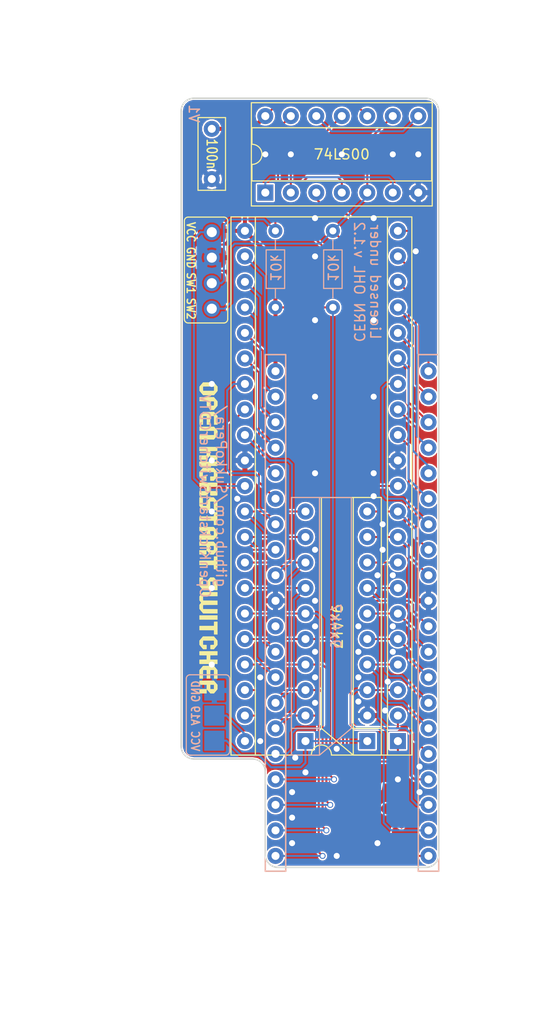
<source format=kicad_pcb>
(kicad_pcb (version 20171130) (host pcbnew 5.0.2)
  (title_block (title OpenKickstartSwitcher) (date 2019-02-10) (rev V1cdtv) (company SukkoPera) (comment 1 "Inspired from work by Henryk Richter") (comment 2 http://bax.comlab.uni-rostock.de/en/hardware/amiga500/kickstart-eprom/) (comment 3 "Thanks to Aldo PRS and screwbreaker"))
  (layers (0 F.Cu signal) (31 B.Cu signal) (36 B.SilkS user) (37 F.SilkS user) (38 B.Mask user) (39 F.Mask user) (44 Edge.Cuts user))
  (net 0 "")
  (net 1 /sw18)
  (net 2 /sw17)
  (net 3 GND)
  (net 4 VCC)
  (net 5 /a9)
  (net 6 /a10)
  (net 7 /a11)
  (net 8 /a12)
  (net 9 /a13)
  (net 10 /a14)
  (net 11 /a15)
  (net 12 /a16)
  (net 13 /a0)
  (net 14 /a1)
  (net 15 /a2)
  (net 16 /a3)
  (net 17 /a4)
  (net 18 /a5)
  (net 19 /a6)
  (net 20 /a7)
  (net 21 /a8)
  (net 22 /d4)
  (net 23 /d12)
  (net 24 /d5)
  (net 25 /d13)
  (net 26 /d6)
  (net 27 /d14)
  (net 28 /d7)
  (net 29 /d15)
  (net 30 /d0)
  (net 31 /d8)
  (net 32 /d1)
  (net 33 /d9)
  (net 34 /d2)
  (net 35 /d10)
  (net 36 /d3)
  (net 37 /d11)
  (net 38 "Net-(U2-Pad2)")
  (net 39 "Net-(U3-Pad12)")
  (net 40 "Net-(U3-Pad1)")
  (net 41 /a17)
  (net 42 "Net-(U3-Pad11)")
  (net 43 "Net-(J4-Pad2)")
  (net 44 "Net-(U1-Pad10)")
  (net 45 "Net-(U1-Pad12)")
  (module OpenKickstartSwitcher:R_Array_SIP10_OnSide (layer F.Cu) (at 162.179 149.987 90)
    (fp_text reference RN1 hide)
    (fp_text value 9x4k7 (at 11.43 -3.048 270 unlocked) (layer F.SilkS))
    (pad 1 thru_hole rect (at 0 0 90) (size 1.6 1.6) (drill 0.8) (layers *.Cu *.Mask) (net 4 VCC))
    (pad 2 thru_hole oval (at 2.54 0 90) (size 1.6 1.6) (drill 0.8) (layers *.Cu *.Mask) (net 3 GND))
    (pad 3 thru_hole oval (at 5.08 0 90) (size 1.6 1.6) (drill 0.8) (layers *.Cu *.Mask) (net 20 /a7))
    (pad 4 thru_hole oval (at 7.62 0 90) (size 1.6 1.6) (drill 0.8) (layers *.Cu *.Mask) (net 19 /a6))
    (pad 5 thru_hole oval (at 10.16 0 90) (size 1.6 1.6) (drill 0.8) (layers *.Cu *.Mask) (net 18 /a5))
    (pad 6 thru_hole oval (at 12.7 0 90) (size 1.6 1.6) (drill 0.8) (layers *.Cu *.Mask) (net 17 /a4))
    (pad 7 thru_hole oval (at 15.24 0 90) (size 1.6 1.6) (drill 0.8) (layers *.Cu *.Mask) (net 16 /a3))
    (pad 8 thru_hole oval (at 17.78 0 90) (size 1.6 1.6) (drill 0.8) (layers *.Cu *.Mask) (net 15 /a2))
    (pad 9 thru_hole oval (at 20.32 0 90) (size 1.6 1.6) (drill 0.8) (layers *.Cu *.Mask) (net 14 /a1))
    (pad 10 thru_hole oval (at 22.86 0 90) (size 1.6 1.6) (drill 0.8) (layers *.Cu *.Mask) (net 13 /a0))
  )
  (module OpenKickstartSwitcher:R_Array_SIP10_OnSide (layer B.Cu) (at 156.0195 149.987 90)
    (fp_text reference RN2 hide)
    (fp_text value 9x4k7 (at 11.43 2.9845 270 unlocked) (layer B.SilkS) (effects (justify mirror)))
    (pad 1 thru_hole rect (at 0 0 90) (size 1.6 1.6) (drill 0.8) (layers *.Cu *.Mask) (net 4 VCC))
    (pad 2 thru_hole oval (at 2.54 0 90) (size 1.6 1.6) (drill 0.8) (layers *.Cu *.Mask) (net 21 /a8))
    (pad 3 thru_hole oval (at 5.08 0 90) (size 1.6 1.6) (drill 0.8) (layers *.Cu *.Mask) (net 5 /a9))
    (pad 4 thru_hole oval (at 7.62 0 90) (size 1.6 1.6) (drill 0.8) (layers *.Cu *.Mask) (net 6 /a10))
    (pad 5 thru_hole oval (at 10.16 0 90) (size 1.6 1.6) (drill 0.8) (layers *.Cu *.Mask) (net 7 /a11))
    (pad 6 thru_hole oval (at 12.7 0 90) (size 1.6 1.6) (drill 0.8) (layers *.Cu *.Mask) (net 8 /a12))
    (pad 7 thru_hole oval (at 15.24 0 90) (size 1.6 1.6) (drill 0.8) (layers *.Cu *.Mask) (net 9 /a13))
    (pad 8 thru_hole oval (at 17.78 0 90) (size 1.6 1.6) (drill 0.8) (layers *.Cu *.Mask) (net 10 /a14))
    (pad 9 thru_hole oval (at 20.32 0 90) (size 1.6 1.6) (drill 0.8) (layers *.Cu *.Mask) (net 11 /a15))
    (pad 10 thru_hole oval (at 22.86 0 90) (size 1.6 1.6) (drill 0.8) (layers *.Cu *.Mask) (net 12 /a16))
  )
  (module OpenKickstartSwitcher:Solderable_PinHeader_1x04 (layer F.Cu) (at 146.685 106.934 180)
    (fp_text reference J2 hide)
    (fp_text value Conn_01x04)
    (pad 4 thru_hole circle (at 0 7.62 180) (size 1.6 1.6) (drill 1) (layers *.Cu *.Mask) (net 4 VCC))
    (pad 3 thru_hole circle (at 0 5.08 180) (size 1.6 1.6) (drill 1) (layers *.Cu *.Mask) (net 3 GND))
    (pad 2 thru_hole circle (at 0 2.54 180) (size 1.6 1.6) (drill 1) (layers *.Cu *.Mask) (net 2 /sw17))
    (pad 1 thru_hole circle (at 0 0 180) (size 1.6 1.6) (drill 1) (layers *.Cu *.Mask) (net 1 /sw18))
    (pad 4 smd roundrect (at 0 7.62 180) (size 2.8 2) (layers F.Cu F.Mask) (net 4 VCC))
    (pad 3 smd roundrect (at 0 5.08 180) (size 2.8 2) (layers F.Cu F.Mask) (net 3 GND))
    (pad 2 smd roundrect (at 0 2.54 180) (size 2.8 2) (layers F.Cu F.Mask) (net 2 /sw17))
    (pad 1 smd roundrect (at 0 0 180) (size 2.8 2) (layers F.Cu F.Mask) (net 1 /sw18))
  )
  (module OpenKickstartSwitcher:SolderJumper (layer B.Cu) (at 146.939 147.447 90)
    (fp_text reference J4 hide)
    (fp_text value Conn_01x03 hide)
    (pad 1 smd rect (at -2.5 0) (size 2 2) (layers B.Cu B.Mask) (net 4 VCC))
    (pad 2 smd rect (at 0 0 270) (size 2 2) (layers B.Cu B.Mask) (net 43 "Net-(J4-Pad2)"))
    (pad 3 smd rect (at 2.5 0) (size 2 2) (layers B.Cu B.Mask) (net 3 GND))
  )
  (module logo:logo (layer F.Cu) (at 146.304 129.794 270)
    (fp_text reference J98 hide)
    (fp_text value LOGO hide)
  )
  (module w_logo:Logo_copper_OSHW_6x6mm (layer F.Cu) (at 164.338 156.718 270)
    (fp_text reference J99 hide)
    (fp_text value OSHW_LOGO hide)
    (fp_line (start 2.16 2.62) (end 2.16 3.08) (layer F.Cu) (width 0.075))
    (fp_line (start 2.25 2.62) (end 2.3 2.62) (layer F.Cu) (width 0.075))
    (fp_line (start 2.2 2.65) (end 2.25 2.62) (layer F.Cu) (width 0.075))
    (fp_line (start 2.18 2.67) (end 2.2 2.65) (layer F.Cu) (width 0.075))
    (fp_line (start 2.16 2.74) (end 2.18 2.67) (layer F.Cu) (width 0.075))
    (fp_line (start 2.6 3.08) (end 2.65 3.05) (layer F.Cu) (width 0.075))
    (fp_line (start 2.5 3.08) (end 2.6 3.08) (layer F.Cu) (width 0.075))
    (fp_line (start 2.46 3.05) (end 2.5 3.08) (layer F.Cu) (width 0.075))
    (fp_line (start 2.44 2.98) (end 2.46 3.05) (layer F.Cu) (width 0.075))
    (fp_line (start 2.44 2.71) (end 2.44 2.98) (layer F.Cu) (width 0.075))
    (fp_line (start 2.47 2.65) (end 2.44 2.71) (layer F.Cu) (width 0.075))
    (fp_line (start 2.51 2.62) (end 2.47 2.65) (layer F.Cu) (width 0.075))
    (fp_line (start 2.61 2.62) (end 2.51 2.62) (layer F.Cu) (width 0.075))
    (fp_line (start 2.65 2.66) (end 2.61 2.62) (layer F.Cu) (width 0.075))
    (fp_line (start 2.67 2.73) (end 2.65 2.66) (layer F.Cu) (width 0.075))
    (fp_line (start 2.67 2.85) (end 2.67 2.73) (layer F.Cu) (width 0.075))
    (fp_line (start 2.67 2.85) (end 2.44 2.85) (layer F.Cu) (width 0.075))
    (fp_line (start 1.92 2.71) (end 1.92 3.08) (layer F.Cu) (width 0.075))
    (fp_line (start 1.89 2.65) (end 1.92 2.71) (layer F.Cu) (width 0.075))
    (fp_line (start 1.85 2.62) (end 1.89 2.65) (layer F.Cu) (width 0.075))
    (fp_line (start 1.75 2.62) (end 1.85 2.62) (layer F.Cu) (width 0.075))
    (fp_line (start 1.7 2.65) (end 1.75 2.62) (layer F.Cu) (width 0.075))
    (fp_line (start 1.76 2.81) (end 1.71 2.84) (layer F.Cu) (width 0.075))
    (fp_line (start 1.88 2.81) (end 1.76 2.81) (layer F.Cu) (width 0.075))
    (fp_line (start 1.92 2.78) (end 1.88 2.81) (layer F.Cu) (width 0.075))
    (fp_line (start 1.87 3.08) (end 1.92 3.04) (layer F.Cu) (width 0.075))
    (fp_line (start 1.75 3.08) (end 1.87 3.08) (layer F.Cu) (width 0.075))
    (fp_line (start 1.7 3.04) (end 1.75 3.08) (layer F.Cu) (width 0.075))
    (fp_line (start 1.68 2.98) (end 1.7 3.04) (layer F.Cu) (width 0.075))
    (fp_line (start 1.68 2.91) (end 1.68 2.98) (layer F.Cu) (width 0.075))
    (fp_line (start 1.71 2.84) (end 1.68 2.91) (layer F.Cu) (width 0.075))
    (fp_line (start 1.13 2.62) (end 1.23 3.08) (layer F.Cu) (width 0.075))
    (fp_line (start 1.23 3.08) (end 1.32 2.74) (layer F.Cu) (width 0.075))
    (fp_line (start 1.32 2.74) (end 1.42 3.08) (layer F.Cu) (width 0.075))
    (fp_line (start 1.42 3.08) (end 1.52 2.62) (layer F.Cu) (width 0.075))
    (fp_line (start 0.94 3.05) (end 0.9 3.08) (layer F.Cu) (width 0.075))
    (fp_line (start 0.9 3.08) (end 0.79 3.08) (layer F.Cu) (width 0.075))
    (fp_line (start 0.79 3.08) (end 0.75 3.05) (layer F.Cu) (width 0.075))
    (fp_line (start 0.75 3.05) (end 0.73 3.02) (layer F.Cu) (width 0.075))
    (fp_line (start 0.73 3.02) (end 0.7 2.95) (layer F.Cu) (width 0.075))
    (fp_line (start 0.7 2.95) (end 0.7 2.75) (layer F.Cu) (width 0.075))
    (fp_line (start 0.7 2.75) (end 0.73 2.68) (layer F.Cu) (width 0.075))
    (fp_line (start 0.73 2.68) (end 0.75 2.65) (layer F.Cu) (width 0.075))
    (fp_line (start 0.75 2.65) (end 0.81 2.61) (layer F.Cu) (width 0.075))
    (fp_line (start 0.81 2.61) (end 0.88 2.61) (layer F.Cu) (width 0.075))
    (fp_line (start 0.88 2.61) (end 0.94 2.65) (layer F.Cu) (width 0.075))
    (fp_line (start 0.94 2.38) (end 0.94 3.08) (layer F.Cu) (width 0.075))
    (fp_line (start 0.42 2.74) (end 0.44 2.67) (layer F.Cu) (width 0.075))
    (fp_line (start 0.44 2.67) (end 0.46 2.65) (layer F.Cu) (width 0.075))
    (fp_line (start 0.46 2.65) (end 0.51 2.62) (layer F.Cu) (width 0.075))
    (fp_line (start 0.51 2.62) (end 0.56 2.62) (layer F.Cu) (width 0.075))
    (fp_line (start 0.42 2.62) (end 0.42 3.08) (layer F.Cu) (width 0.075))
    (fp_line (start -0.03 2.84) (end -0.06 2.91) (layer F.Cu) (width 0.075))
    (fp_line (start -0.06 2.91) (end -0.06 2.98) (layer F.Cu) (width 0.075))
    (fp_line (start -0.06 2.98) (end -0.04 3.04) (layer F.Cu) (width 0.075))
    (fp_line (start -0.04 3.04) (end 0.01 3.08) (layer F.Cu) (width 0.075))
    (fp_line (start 0.01 3.08) (end 0.13 3.08) (layer F.Cu) (width 0.075))
    (fp_line (start 0.13 3.08) (end 0.18 3.04) (layer F.Cu) (width 0.075))
    (fp_line (start 0.18 2.78) (end 0.14 2.81) (layer F.Cu) (width 0.075))
    (fp_line (start 0.14 2.81) (end 0.02 2.81) (layer F.Cu) (width 0.075))
    (fp_line (start 0.02 2.81) (end -0.03 2.84) (layer F.Cu) (width 0.075))
    (fp_line (start -0.04 2.65) (end 0.01 2.62) (layer F.Cu) (width 0.075))
    (fp_line (start 0.01 2.62) (end 0.11 2.62) (layer F.Cu) (width 0.075))
    (fp_line (start 0.11 2.62) (end 0.15 2.65) (layer F.Cu) (width 0.075))
    (fp_line (start 0.15 2.65) (end 0.18 2.71) (layer F.Cu) (width 0.075))
    (fp_line (start 0.18 2.71) (end 0.18 3.08) (layer F.Cu) (width 0.075))
    (fp_line (start -0.49 2.69) (end -0.47 2.65) (layer F.Cu) (width 0.075))
    (fp_line (start -0.47 2.65) (end -0.42 2.62) (layer F.Cu) (width 0.075))
    (fp_line (start -0.42 2.62) (end -0.34 2.62) (layer F.Cu) (width 0.075))
    (fp_line (start -0.34 2.62) (end -0.3 2.65) (layer F.Cu) (width 0.075))
    (fp_line (start -0.3 2.65) (end -0.28 2.71) (layer F.Cu) (width 0.075))
    (fp_line (start -0.28 2.71) (end -0.28 3.08) (layer F.Cu) (width 0.075))
    (fp_line (start -0.49 2.38) (end -0.49 3.08) (layer F.Cu) (width 0.075))
    (fp_line (start -1.54 2.85) (end -1.77 2.85) (layer F.Cu) (width 0.075))
    (fp_line (start -1.32 2.68) (end -1.3 2.65) (layer F.Cu) (width 0.075))
    (fp_line (start -1.3 2.65) (end -1.26 2.62) (layer F.Cu) (width 0.075))
    (fp_line (start -1.26 2.62) (end -1.17 2.62) (layer F.Cu) (width 0.075))
    (fp_line (start -1.17 2.62) (end -1.13 2.65) (layer F.Cu) (width 0.075))
    (fp_line (start -1.13 2.65) (end -1.11 2.71) (layer F.Cu) (width 0.075))
    (fp_line (start -1.11 2.71) (end -1.11 3.08) (layer F.Cu) (width 0.075))
    (fp_line (start -1.32 2.62) (end -1.32 3.08) (layer F.Cu) (width 0.075))
    (fp_line (start -1.54 2.85) (end -1.54 2.73) (layer F.Cu) (width 0.075))
    (fp_line (start -1.54 2.73) (end -1.56 2.66) (layer F.Cu) (width 0.075))
    (fp_line (start -1.56 2.66) (end -1.6 2.62) (layer F.Cu) (width 0.075))
    (fp_line (start -1.6 2.62) (end -1.7 2.62) (layer F.Cu) (width 0.075))
    (fp_line (start -1.7 2.62) (end -1.74 2.65) (layer F.Cu) (width 0.075))
    (fp_line (start -1.74 2.65) (end -1.77 2.71) (layer F.Cu) (width 0.075))
    (fp_line (start -1.77 2.71) (end -1.77 2.98) (layer F.Cu) (width 0.075))
    (fp_line (start -1.77 2.98) (end -1.75 3.05) (layer F.Cu) (width 0.075))
    (fp_line (start -1.75 3.05) (end -1.71 3.08) (layer F.Cu) (width 0.075))
    (fp_line (start -1.71 3.08) (end -1.61 3.08) (layer F.Cu) (width 0.075))
    (fp_line (start -1.61 3.08) (end -1.56 3.05) (layer F.Cu) (width 0.075))
    (fp_line (start -2.2 2.65) (end -2.16 2.62) (layer F.Cu) (width 0.075))
    (fp_line (start -2.16 2.62) (end -2.06 2.62) (layer F.Cu) (width 0.075))
    (fp_line (start -2.06 2.62) (end -2.02 2.65) (layer F.Cu) (width 0.075))
    (fp_line (start -2.02 2.65) (end -1.99 2.68) (layer F.Cu) (width 0.075))
    (fp_line (start -1.99 2.68) (end -1.97 2.74) (layer F.Cu) (width 0.075))
    (fp_line (start -1.97 2.74) (end -1.97 2.96) (layer F.Cu) (width 0.075))
    (fp_line (start -1.97 2.96) (end -1.99 3.02) (layer F.Cu) (width 0.075))
    (fp_line (start -1.99 3.02) (end -2.01 3.05) (layer F.Cu) (width 0.075))
    (fp_line (start -2.01 3.05) (end -2.05 3.08) (layer F.Cu) (width 0.075))
    (fp_line (start -2.05 3.08) (end -2.15 3.08) (layer F.Cu) (width 0.075))
    (fp_line (start -2.15 3.08) (end -2.2 3.05) (layer F.Cu) (width 0.075))
    (fp_line (start -2.2 3.32) (end -2.2 2.62) (layer F.Cu) (width 0.075))
    (fp_line (start -2.51 2.62) (end -2.59 2.62) (layer F.Cu) (width 0.075))
    (fp_line (start -2.59 2.62) (end -2.63 2.65) (layer F.Cu) (width 0.075))
    (fp_line (start -2.63 2.65) (end -2.65 2.68) (layer F.Cu) (width 0.075))
    (fp_line (start -2.65 2.68) (end -2.68 2.75) (layer F.Cu) (width 0.075))
    (fp_line (start -2.59 3.08) (end -2.51 3.08) (layer F.Cu) (width 0.075))
    (fp_line (start -2.51 3.08) (end -2.46 3.05) (layer F.Cu) (width 0.075))
    (fp_line (start -2.46 3.05) (end -2.44 3.02) (layer F.Cu) (width 0.075))
    (fp_line (start -2.44 3.02) (end -2.42 2.95) (layer F.Cu) (width 0.075))
    (fp_line (start -2.42 2.95) (end -2.42 2.75) (layer F.Cu) (width 0.075))
    (fp_line (start -2.42 2.75) (end -2.44 2.69) (layer F.Cu) (width 0.075))
    (fp_line (start -2.44 2.69) (end -2.46 2.66) (layer F.Cu) (width 0.075))
    (fp_line (start -2.46 2.66) (end -2.51 2.62) (layer F.Cu) (width 0.075))
    (fp_line (start -2.68 2.75) (end -2.68 2.95) (layer F.Cu) (width 0.075))
    (fp_line (start -2.68 2.95) (end -2.66 3.01) (layer F.Cu) (width 0.075))
    (fp_line (start -2.66 3.01) (end -2.64 3.04) (layer F.Cu) (width 0.075))
    (fp_line (start -2.64 3.04) (end -2.59 3.08) (layer F.Cu) (width 0.075))
    (fp_poly (pts (xy -1.51384 2.24536) (xy -1.48844 2.23012) (xy -1.43002 2.19456) (xy -1.3462 2.13868) (xy -1.24714 2.07264) (xy -1.14808 2.0066) (xy -1.0668 1.95326) (xy -1.01092 1.91516) (xy -0.98552 1.90246) (xy -0.97282 1.90754) (xy -0.9271 1.9304) (xy -0.85852 1.96596) (xy -0.81788 1.98628) (xy -0.75692 2.01168) (xy -0.7239 2.0193) (xy -0.71882 2.00914) (xy -0.69596 1.96088) (xy -0.6604 1.8796) (xy -0.61468 1.77038) (xy -0.5588 1.64338) (xy -0.50292 1.50876) (xy -0.4445 1.36906) (xy -0.38862 1.23444) (xy -0.34036 1.11506) (xy -0.29972 1.01854) (xy -0.27432 0.94996) (xy -0.26416 0.92202) (xy -0.2667 0.9144) (xy -0.29972 0.88392) (xy -0.35306 0.84328) (xy -0.47244 0.74676) (xy -0.58928 0.60198) (xy -0.6604 0.43688) (xy -0.68326 0.25146) (xy -0.66294 0.08128) (xy -0.5969 -0.08128) (xy -0.4826 -0.2286) (xy -0.3429 -0.33782) (xy -0.18034 -0.4064) (xy 0 -0.42926) (xy 0.17272 -0.40894) (xy 0.34036 -0.3429) (xy 0.48768 -0.23114) (xy 0.55118 -0.16002) (xy 0.63754 -0.01016) (xy 0.6858 0.14732) (xy 0.69088 0.18796) (xy 0.68326 0.36322) (xy 0.63246 0.5334) (xy 0.53848 0.68326) (xy 0.40894 0.80772) (xy 0.3937 0.81788) (xy 0.33528 0.8636) (xy 0.29464 0.89408) (xy 0.26416 0.91948) (xy 0.48768 1.45796) (xy 0.52324 1.54178) (xy 0.5842 1.6891) (xy 0.63754 1.8161) (xy 0.68072 1.9177) (xy 0.7112 1.98374) (xy 0.7239 2.01168) (xy 0.7239 2.01422) (xy 0.74422 2.01676) (xy 0.78486 2.00152) (xy 0.86106 1.96596) (xy 0.90932 1.94056) (xy 0.96774 1.91262) (xy 0.99314 1.90246) (xy 1.016 1.91516) (xy 1.06934 1.95072) (xy 1.15062 2.00406) (xy 1.24714 2.06756) (xy 1.33858 2.13106) (xy 1.4224 2.18694) (xy 1.48336 2.22504) (xy 1.51384 2.24282) (xy 1.51892 2.24282) (xy 1.54432 2.22758) (xy 1.59258 2.18694) (xy 1.66624 2.11836) (xy 1.77038 2.01422) (xy 1.78562 1.99898) (xy 1.87198 1.91262) (xy 1.94056 1.83896) (xy 1.98628 1.78816) (xy 2.00406 1.7653) (xy 1.98882 1.73482) (xy 1.95072 1.67386) (xy 1.89484 1.5875) (xy 1.82626 1.48844) (xy 1.64846 1.22936) (xy 1.74498 0.98552) (xy 1.77546 0.90932) (xy 1.81356 0.82042) (xy 1.8415 0.75438) (xy 1.85674 0.72644) (xy 1.88214 0.71628) (xy 1.95072 0.70104) (xy 2.04724 0.68072) (xy 2.16154 0.6604) (xy 2.2733 0.64008) (xy 2.37236 0.61976) (xy 2.44348 0.60706) (xy 2.4765 0.59944) (xy 2.48412 0.59436) (xy 2.49174 0.57912) (xy 2.49428 0.5461) (xy 2.49682 0.48514) (xy 2.49936 0.39116) (xy 2.49936 0.25146) (xy 2.49936 0.23622) (xy 2.49682 0.10668) (xy 2.49428 0) (xy 2.49174 -0.06604) (xy 2.48666 -0.09398) (xy 2.45618 -0.1016) (xy 2.38506 -0.11684) (xy 2.286 -0.13462) (xy 2.16662 -0.15748) (xy 2.159 -0.16002) (xy 2.04216 -0.18288) (xy 1.9431 -0.2032) (xy 1.87198 -0.21844) (xy 1.84404 -0.2286) (xy 1.83642 -0.23622) (xy 1.81356 -0.28194) (xy 1.78054 -0.3556) (xy 1.7399 -0.4445) (xy 1.7018 -0.53848) (xy 1.66878 -0.6223) (xy 1.64592 -0.68326) (xy 1.6383 -0.7112) (xy 1.64084 -0.71374) (xy 1.65862 -0.74168) (xy 1.69926 -0.80264) (xy 1.75514 -0.88646) (xy 1.82372 -0.98806) (xy 1.8288 -0.99568) (xy 1.89738 -1.09474) (xy 1.95326 -1.1811) (xy 1.98882 -1.23952) (xy 2.00406 -1.26746) (xy 2.00406 -1.27) (xy 1.9812 -1.30048) (xy 1.9304 -1.35636) (xy 1.85674 -1.43256) (xy 1.77038 -1.52146) (xy 1.74244 -1.54686) (xy 1.64338 -1.64338) (xy 1.57734 -1.70434) (xy 1.53416 -1.73736) (xy 1.51384 -1.74498) (xy 1.48336 -1.7272) (xy 1.41986 -1.68656) (xy 1.33604 -1.62814) (xy 1.23444 -1.55956) (xy 1.22682 -1.55448) (xy 1.12776 -1.4859) (xy 1.04394 -1.43002) (xy 0.98552 -1.38938) (xy 0.95758 -1.37414) (xy 0.95504 -1.37414) (xy 0.9144 -1.38684) (xy 0.84328 -1.41224) (xy 0.75438 -1.44526) (xy 0.66294 -1.48336) (xy 0.57912 -1.51892) (xy 0.51562 -1.54686) (xy 0.48514 -1.56464) (xy 0.47498 -1.6002) (xy 0.4572 -1.6764) (xy 0.43688 -1.778) (xy 0.41148 -1.89992) (xy 0.40894 -1.92024) (xy 0.38608 -2.03962) (xy 0.3683 -2.13868) (xy 0.35306 -2.20726) (xy 0.34544 -2.2352) (xy 0.3302 -2.23774) (xy 0.27178 -2.24282) (xy 0.18288 -2.24536) (xy 0.07366 -2.24536) (xy -0.0381 -2.24536) (xy -0.14732 -2.24282) (xy -0.2413 -2.24028) (xy -0.30988 -2.2352) (xy -0.33782 -2.23012) (xy -0.33782 -2.22758) (xy -0.34798 -2.18948) (xy -0.36576 -2.11582) (xy -0.38608 -2.01168) (xy -0.40894 -1.88976) (xy -0.41402 -1.8669) (xy -0.43688 -1.75006) (xy -0.4572 -1.651) (xy -0.4699 -1.58496) (xy -0.47752 -1.55702) (xy -0.49022 -1.55194) (xy -0.53848 -1.53162) (xy -0.61722 -1.4986) (xy -0.71628 -1.45796) (xy -0.94488 -1.36652) (xy -1.22682 -1.55702) (xy -1.25222 -1.5748) (xy -1.35382 -1.64338) (xy -1.4351 -1.69926) (xy -1.49352 -1.73736) (xy -1.51638 -1.75006) (xy -1.51892 -1.75006) (xy -1.54686 -1.72466) (xy -1.60274 -1.67132) (xy -1.67894 -1.59766) (xy -1.76784 -1.5113) (xy -1.83134 -1.44526) (xy -1.91008 -1.36652) (xy -1.95834 -1.31318) (xy -1.98628 -1.28016) (xy -1.9939 -1.25984) (xy -1.99136 -1.2446) (xy -1.97358 -1.21666) (xy -1.93294 -1.1557) (xy -1.87452 -1.06934) (xy -1.80594 -0.97028) (xy -1.75006 -0.88646) (xy -1.6891 -0.79248) (xy -1.651 -0.72644) (xy -1.63576 -0.69342) (xy -1.64084 -0.68072) (xy -1.65862 -0.62484) (xy -1.69418 -0.54102) (xy -1.73482 -0.44196) (xy -1.83388 -0.22098) (xy -1.97866 -0.19304) (xy -2.06756 -0.17526) (xy -2.18948 -0.1524) (xy -2.30886 -0.12954) (xy -2.49174 -0.09398) (xy -2.49936 0.58166) (xy -2.47142 0.59436) (xy -2.44348 0.60198) (xy -2.3749 0.61722) (xy -2.27838 0.63754) (xy -2.16154 0.65786) (xy -2.06502 0.67564) (xy -1.96596 0.69596) (xy -1.89484 0.70866) (xy -1.86436 0.71628) (xy -1.8542 0.72644) (xy -1.83134 0.7747) (xy -1.79578 0.8509) (xy -1.75514 0.94234) (xy -1.71704 1.03632) (xy -1.68148 1.12522) (xy -1.65862 1.19126) (xy -1.64846 1.22428) (xy -1.66116 1.25222) (xy -1.69926 1.31064) (xy -1.7526 1.39192) (xy -1.82118 1.49098) (xy -1.88722 1.5875) (xy -1.94564 1.67132) (xy -1.98374 1.73228) (xy -2.00152 1.76022) (xy -1.99136 1.778) (xy -1.95326 1.82626) (xy -1.8796 1.90246) (xy -1.76784 2.01168) (xy -1.75006 2.02946) (xy -1.6637 2.11328) (xy -1.59004 2.18186) (xy -1.5367 2.22758) (xy -1.51384 2.24536)) (layer F.Cu) (width 0.00254))
  )
  (module OpenKickstartSwitcher:DIP-42_Socket (layer F.Cu) (at 165.227 149.987 180)
    (fp_text reference U2 hide)
    (fp_text value M27C800)
    (pad 42 thru_hole oval (at 15.24 0 180) (size 1.6 1.6) (drill 0.8) (layers *.Cu *.Mask) (net 43 "Net-(J4-Pad2)"))
    (pad 21 thru_hole oval (at 0 50.8 180) (size 1.6 1.6) (drill 0.8) (layers *.Cu *.Mask) (net 37 /d11))
    (pad 41 thru_hole oval (at 15.24 2.54 180) (size 1.6 1.6) (drill 0.8) (layers *.Cu *.Mask) (net 21 /a8))
    (pad 20 thru_hole oval (at 0 48.26 180) (size 1.6 1.6) (drill 0.8) (layers *.Cu *.Mask) (net 36 /d3))
    (pad 40 thru_hole oval (at 15.24 5.08 180) (size 1.6 1.6) (drill 0.8) (layers *.Cu *.Mask) (net 5 /a9))
    (pad 19 thru_hole oval (at 0 45.72 180) (size 1.6 1.6) (drill 0.8) (layers *.Cu *.Mask) (net 35 /d10))
    (pad 39 thru_hole oval (at 15.24 7.62 180) (size 1.6 1.6) (drill 0.8) (layers *.Cu *.Mask) (net 6 /a10))
    (pad 18 thru_hole oval (at 0 43.18 180) (size 1.6 1.6) (drill 0.8) (layers *.Cu *.Mask) (net 34 /d2))
    (pad 38 thru_hole oval (at 15.24 10.16 180) (size 1.6 1.6) (drill 0.8) (layers *.Cu *.Mask) (net 7 /a11))
    (pad 17 thru_hole oval (at 0 40.64 180) (size 1.6 1.6) (drill 0.8) (layers *.Cu *.Mask) (net 33 /d9))
    (pad 37 thru_hole oval (at 15.24 12.7 180) (size 1.6 1.6) (drill 0.8) (layers *.Cu *.Mask) (net 8 /a12))
    (pad 16 thru_hole oval (at 0 38.1 180) (size 1.6 1.6) (drill 0.8) (layers *.Cu *.Mask) (net 32 /d1))
    (pad 36 thru_hole oval (at 15.24 15.24 180) (size 1.6 1.6) (drill 0.8) (layers *.Cu *.Mask) (net 9 /a13))
    (pad 15 thru_hole oval (at 0 35.56 180) (size 1.6 1.6) (drill 0.8) (layers *.Cu *.Mask) (net 31 /d8))
    (pad 35 thru_hole oval (at 15.24 17.78 180) (size 1.6 1.6) (drill 0.8) (layers *.Cu *.Mask) (net 10 /a14))
    (pad 14 thru_hole oval (at 0 33.02 180) (size 1.6 1.6) (drill 0.8) (layers *.Cu *.Mask) (net 30 /d0))
    (pad 34 thru_hole oval (at 15.24 20.32 180) (size 1.6 1.6) (drill 0.8) (layers *.Cu *.Mask) (net 11 /a15))
    (pad 13 thru_hole oval (at 0 30.48 180) (size 1.6 1.6) (drill 0.8) (layers *.Cu *.Mask) (net 45 "Net-(U1-Pad12)"))
    (pad 33 thru_hole oval (at 15.24 22.86 180) (size 1.6 1.6) (drill 0.8) (layers *.Cu *.Mask) (net 12 /a16))
    (pad 12 thru_hole oval (at 0 27.94 180) (size 1.6 1.6) (drill 0.8) (layers *.Cu *.Mask) (net 3 GND))
    (pad 32 thru_hole oval (at 15.24 25.4 180) (size 1.6 1.6) (drill 0.8) (layers *.Cu *.Mask) (net 4 VCC))
    (pad 11 thru_hole oval (at 0 25.4 180) (size 1.6 1.6) (drill 0.8) (layers *.Cu *.Mask) (net 44 "Net-(U1-Pad10)"))
    (pad 31 thru_hole oval (at 15.24 27.94 180) (size 1.6 1.6) (drill 0.8) (layers *.Cu *.Mask) (net 3 GND))
    (pad 10 thru_hole oval (at 0 22.86 180) (size 1.6 1.6) (drill 0.8) (layers *.Cu *.Mask) (net 13 /a0))
    (pad 30 thru_hole oval (at 15.24 30.48 180) (size 1.6 1.6) (drill 0.8) (layers *.Cu *.Mask) (net 29 /d15))
    (pad 9 thru_hole oval (at 0 20.32 180) (size 1.6 1.6) (drill 0.8) (layers *.Cu *.Mask) (net 14 /a1))
    (pad 29 thru_hole oval (at 15.24 33.02 180) (size 1.6 1.6) (drill 0.8) (layers *.Cu *.Mask) (net 28 /d7))
    (pad 8 thru_hole oval (at 0 17.78 180) (size 1.6 1.6) (drill 0.8) (layers *.Cu *.Mask) (net 15 /a2))
    (pad 28 thru_hole oval (at 15.24 35.56 180) (size 1.6 1.6) (drill 0.8) (layers *.Cu *.Mask) (net 27 /d14))
    (pad 7 thru_hole oval (at 0 15.24 180) (size 1.6 1.6) (drill 0.8) (layers *.Cu *.Mask) (net 16 /a3))
    (pad 27 thru_hole oval (at 15.24 38.1 180) (size 1.6 1.6) (drill 0.8) (layers *.Cu *.Mask) (net 26 /d6))
    (pad 6 thru_hole oval (at 0 12.7 180) (size 1.6 1.6) (drill 0.8) (layers *.Cu *.Mask) (net 17 /a4))
    (pad 26 thru_hole oval (at 15.24 40.64 180) (size 1.6 1.6) (drill 0.8) (layers *.Cu *.Mask) (net 25 /d13))
    (pad 5 thru_hole oval (at 0 10.16 180) (size 1.6 1.6) (drill 0.8) (layers *.Cu *.Mask) (net 18 /a5))
    (pad 25 thru_hole oval (at 15.24 43.18 180) (size 1.6 1.6) (drill 0.8) (layers *.Cu *.Mask) (net 24 /d5))
    (pad 4 thru_hole oval (at 0 7.62 180) (size 1.6 1.6) (drill 0.8) (layers *.Cu *.Mask) (net 19 /a6))
    (pad 24 thru_hole oval (at 15.24 45.72 180) (size 1.6 1.6) (drill 0.8) (layers *.Cu *.Mask) (net 23 /d12))
    (pad 3 thru_hole oval (at 0 5.08 180) (size 1.6 1.6) (drill 0.8) (layers *.Cu *.Mask) (net 20 /a7))
    (pad 23 thru_hole oval (at 15.24 48.26 180) (size 1.6 1.6) (drill 0.8) (layers *.Cu *.Mask) (net 22 /d4))
    (pad 2 thru_hole oval (at 0 2.54 180) (size 1.6 1.6) (drill 0.8) (layers *.Cu *.Mask) (net 38 "Net-(U2-Pad2)"))
    (pad 22 thru_hole oval (at 15.24 50.8 180) (size 1.6 1.6) (drill 0.8) (layers *.Cu *.Mask) (net 4 VCC))
    (pad 1 thru_hole rect (at 0 0 180) (size 1.6 1.6) (drill 0.8) (layers *.Cu *.Mask) (net 1 /sw18))
  )
  (module Capacitor_THT:C_Disc_D7.0mm_W2.5mm_P5.00mm (layer F.Cu) (at 146.685 89.027 270)
    (fp_text reference C1 hide)
    (fp_text value 100n (at 2.5 0 270 unlocked) (layer F.SilkS) (effects (font (size 1 0.8))))
    (pad 2 thru_hole circle (at 5 0 270) (size 1.6 1.6) (drill 0.8) (layers *.Cu *.Mask) (net 3 GND))
    (pad 1 thru_hole circle (at 0 0 270) (size 1.6 1.6) (drill 0.8) (layers *.Cu *.Mask) (net 4 VCC))
  )
  (module Resistor_THT:R_Axial_DIN0204_L3.6mm_D1.6mm_P7.62mm_Horizontal (layer B.Cu) (at 158.75 106.807 90)
    (fp_text reference R1 hide)
    (fp_text value 10k (at 3.937 0 270 unlocked) (layer B.SilkS) (effects (justify mirror)))
    (pad 1 thru_hole circle (at 0 0 90) (size 1.4 1.4) (drill 0.7) (layers *.Cu *.Mask) (net 4 VCC))
    (pad 2 thru_hole oval (at 7.62 0 90) (size 1.4 1.4) (drill 0.7) (layers *.Cu *.Mask) (net 1 /sw18))
  )
  (module Resistor_THT:R_Axial_DIN0204_L3.6mm_D1.6mm_P7.62mm_Horizontal (layer B.Cu) (at 153.02337 106.807 90)
    (fp_text reference R2 hide)
    (fp_text value 10k (at 3.937 0.01163 270 unlocked) (layer B.SilkS) (effects (justify mirror)))
    (pad 2 thru_hole oval (at 7.62 0 90) (size 1.4 1.4) (drill 0.7) (layers *.Cu *.Mask) (net 2 /sw17))
    (pad 1 thru_hole circle (at 0 0 90) (size 1.4 1.4) (drill 0.7) (layers *.Cu *.Mask) (net 4 VCC))
  )
  (module Package_DIP:DIP-14_W7.62mm_Socket (layer F.Cu) (at 152.019 95.377 90)
    (fp_text reference U3 hide)
    (fp_text value 7400)
    (pad 1 thru_hole rect (at 0 0 90) (size 1.6 1.6) (drill 0.8) (layers *.Cu *.Mask) (net 40 "Net-(U3-Pad1)"))
    (pad 8 thru_hole oval (at 7.62 15.24 90) (size 1.6 1.6) (drill 0.8) (layers *.Cu *.Mask) (net 39 "Net-(U3-Pad12)"))
    (pad 2 thru_hole oval (at 0 2.54 90) (size 1.6 1.6) (drill 0.8) (layers *.Cu *.Mask) (net 42 "Net-(U3-Pad11)"))
    (pad 9 thru_hole oval (at 7.62 12.7 90) (size 1.6 1.6) (drill 0.8) (layers *.Cu *.Mask) (net 1 /sw18))
    (pad 3 thru_hole oval (at 0 5.08 90) (size 1.6 1.6) (drill 0.8) (layers *.Cu *.Mask) (net 38 "Net-(U2-Pad2)"))
    (pad 10 thru_hole oval (at 7.62 10.16 90) (size 1.6 1.6) (drill 0.8) (layers *.Cu *.Mask) (net 4 VCC))
    (pad 4 thru_hole oval (at 0 7.62 90) (size 1.6 1.6) (drill 0.8) (layers *.Cu *.Mask) (net 41 /a17))
    (pad 11 thru_hole oval (at 7.62 7.62 90) (size 1.6 1.6) (drill 0.8) (layers *.Cu *.Mask) (net 42 "Net-(U3-Pad11)"))
    (pad 5 thru_hole oval (at 0 10.16 90) (size 1.6 1.6) (drill 0.8) (layers *.Cu *.Mask) (net 1 /sw18))
    (pad 12 thru_hole oval (at 7.62 5.08 90) (size 1.6 1.6) (drill 0.8) (layers *.Cu *.Mask) (net 39 "Net-(U3-Pad12)"))
    (pad 6 thru_hole oval (at 0 12.7 90) (size 1.6 1.6) (drill 0.8) (layers *.Cu *.Mask) (net 40 "Net-(U3-Pad1)"))
    (pad 13 thru_hole oval (at 7.62 2.54 90) (size 1.6 1.6) (drill 0.8) (layers *.Cu *.Mask) (net 2 /sw17))
    (pad 7 thru_hole oval (at 0 15.24 90) (size 1.6 1.6) (drill 0.8) (layers *.Cu *.Mask) (net 3 GND))
    (pad 14 thru_hole oval (at 7.62 0 90) (size 1.6 1.6) (drill 0.8) (layers *.Cu *.Mask) (net 4 VCC))
  )
  (module OpenKickstartSwitcher:DIP-40_DualHeaderStrips (layer F.Cu) (at 168.275 161.417 180)
    (fp_text reference U1 hide)
    (fp_text value KS_SOCKET)
    (pad 1 thru_hole circle (at 0 0 180) (size 1.6 1.6) (drill 0.8) (layers *.Cu *.Mask) (net 41 /a17))
    (pad 22 thru_hole oval (at 15.24 45.72 180) (size 1.6 1.6) (drill 0.8) (layers *.Cu *.Mask) (net 22 /d4))
    (pad 2 thru_hole oval (at 0 2.54 180) (size 1.6 1.6) (drill 0.8) (layers *.Cu *.Mask) (net 20 /a7))
    (pad 23 thru_hole oval (at 15.24 43.18 180) (size 1.6 1.6) (drill 0.8) (layers *.Cu *.Mask) (net 23 /d12))
    (pad 3 thru_hole oval (at 0 5.08 180) (size 1.6 1.6) (drill 0.8) (layers *.Cu *.Mask) (net 19 /a6))
    (pad 24 thru_hole oval (at 15.24 40.64 180) (size 1.6 1.6) (drill 0.8) (layers *.Cu *.Mask) (net 24 /d5))
    (pad 4 thru_hole oval (at 0 7.62 180) (size 1.6 1.6) (drill 0.8) (layers *.Cu *.Mask) (net 18 /a5))
    (pad 25 thru_hole oval (at 15.24 38.1 180) (size 1.6 1.6) (drill 0.8) (layers *.Cu *.Mask) (net 25 /d13))
    (pad 5 thru_hole oval (at 0 10.16 180) (size 1.6 1.6) (drill 0.8) (layers *.Cu *.Mask) (net 17 /a4))
    (pad 26 thru_hole oval (at 15.24 35.56 180) (size 1.6 1.6) (drill 0.8) (layers *.Cu *.Mask) (net 26 /d6))
    (pad 6 thru_hole oval (at 0 12.7 180) (size 1.6 1.6) (drill 0.8) (layers *.Cu *.Mask) (net 16 /a3))
    (pad 27 thru_hole oval (at 15.24 33.02 180) (size 1.6 1.6) (drill 0.8) (layers *.Cu *.Mask) (net 27 /d14))
    (pad 7 thru_hole oval (at 0 15.24 180) (size 1.6 1.6) (drill 0.8) (layers *.Cu *.Mask) (net 15 /a2))
    (pad 28 thru_hole oval (at 15.24 30.48 180) (size 1.6 1.6) (drill 0.8) (layers *.Cu *.Mask) (net 28 /d7))
    (pad 8 thru_hole oval (at 0 17.78 180) (size 1.6 1.6) (drill 0.8) (layers *.Cu *.Mask) (net 14 /a1))
    (pad 29 thru_hole oval (at 15.24 27.94 180) (size 1.6 1.6) (drill 0.8) (layers *.Cu *.Mask) (net 29 /d15))
    (pad 9 thru_hole oval (at 0 20.32 180) (size 1.6 1.6) (drill 0.8) (layers *.Cu *.Mask) (net 13 /a0))
    (pad 30 thru_hole oval (at 15.24 25.4 180) (size 1.6 1.6) (drill 0.8) (layers *.Cu *.Mask) (net 3 GND))
    (pad 10 thru_hole oval (at 0 22.86 180) (size 1.6 1.6) (drill 0.8) (layers *.Cu *.Mask) (net 44 "Net-(U1-Pad10)"))
    (pad 31 thru_hole oval (at 15.24 22.86 180) (size 1.6 1.6) (drill 0.8) (layers *.Cu *.Mask))
    (pad 11 thru_hole oval (at 0 25.4 180) (size 1.6 1.6) (drill 0.8) (layers *.Cu *.Mask) (net 3 GND))
    (pad 32 thru_hole oval (at 15.24 20.32 180) (size 1.6 1.6) (drill 0.8) (layers *.Cu *.Mask) (net 12 /a16))
    (pad 12 thru_hole oval (at 0 27.94 180) (size 1.6 1.6) (drill 0.8) (layers *.Cu *.Mask) (net 45 "Net-(U1-Pad12)"))
    (pad 33 thru_hole oval (at 15.24 17.78 180) (size 1.6 1.6) (drill 0.8) (layers *.Cu *.Mask) (net 11 /a15))
    (pad 13 thru_hole oval (at 0 30.48 180) (size 1.6 1.6) (drill 0.8) (layers *.Cu *.Mask) (net 30 /d0))
    (pad 34 thru_hole oval (at 15.24 15.24 180) (size 1.6 1.6) (drill 0.8) (layers *.Cu *.Mask) (net 10 /a14))
    (pad 14 thru_hole oval (at 0 33.02 180) (size 1.6 1.6) (drill 0.8) (layers *.Cu *.Mask) (net 31 /d8))
    (pad 35 thru_hole oval (at 15.24 12.7 180) (size 1.6 1.6) (drill 0.8) (layers *.Cu *.Mask) (net 9 /a13))
    (pad 15 thru_hole oval (at 0 35.56 180) (size 1.6 1.6) (drill 0.8) (layers *.Cu *.Mask) (net 32 /d1))
    (pad 36 thru_hole oval (at 15.24 10.16 180) (size 1.6 1.6) (drill 0.8) (layers *.Cu *.Mask) (net 8 /a12))
    (pad 16 thru_hole oval (at 0 38.1 180) (size 1.6 1.6) (drill 0.8) (layers *.Cu *.Mask) (net 33 /d9))
    (pad 37 thru_hole oval (at 15.24 7.62 180) (size 1.6 1.6) (drill 0.8) (layers *.Cu *.Mask) (net 7 /a11))
    (pad 17 thru_hole oval (at 0 40.64 180) (size 1.6 1.6) (drill 0.8) (layers *.Cu *.Mask) (net 34 /d2))
    (pad 38 thru_hole oval (at 15.24 5.08 180) (size 1.6 1.6) (drill 0.8) (layers *.Cu *.Mask) (net 6 /a10))
    (pad 18 thru_hole oval (at 0 43.18 180) (size 1.6 1.6) (drill 0.8) (layers *.Cu *.Mask) (net 35 /d10))
    (pad 39 thru_hole oval (at 15.24 2.54 180) (size 1.6 1.6) (drill 0.8) (layers *.Cu *.Mask) (net 5 /a9))
    (pad 19 thru_hole oval (at 0 45.72 180) (size 1.6 1.6) (drill 0.8) (layers *.Cu *.Mask) (net 36 /d3))
    (pad 40 thru_hole oval (at 15.24 0 180) (size 1.6 1.6) (drill 0.8) (layers *.Cu *.Mask) (net 21 /a8))
    (pad 20 thru_hole oval (at 0 48.26 180) (size 1.6 1.6) (drill 0.8) (layers *.Cu *.Mask) (net 37 /d11))
    (pad 21 thru_hole oval (at 15.24 48.26 180) (size 1.6 1.6) (drill 0.8) (layers *.Cu *.Mask) (net 4 VCC))
  )
  (gr_line (start 148.2725 107.95) (end 148.2725 98.1964) (layer F.SilkS) (width 0.12))
  (gr_line (start 147.8915 97.8154) (end 144.3355 97.8154) (layer F.SilkS) (width 0.12))
  (gr_arc (start 144.3355 107.9754) (end 144.3355 108.3564) (angle 93.81407483) (layer F.SilkS) (width 0.12))
  (gr_line (start 144.3355 108.3564) (end 147.8915 108.3564) (layer F.SilkS) (width 0.12))
  (gr_arc (start 147.8915 98.1964) (end 147.8915 97.8154) (angle 90) (layer F.SilkS) (width 0.12))
  (gr_arc (start 144.3355 98.1964) (end 143.9545 98.1964) (angle 90) (layer F.SilkS) (width 0.12))
  (gr_arc (start 147.8915 107.9754) (end 148.2725 107.95) (angle 93.81407483) (layer F.SilkS) (width 0.12))
  (gr_line (start 143.9545 98.1964) (end 143.9545 107.95) (layer F.SilkS) (width 0.12))
  (gr_arc (start 144.526 143.764) (end 144.526 143.383) (angle -90) (layer B.SilkS) (width 0.12))
  (gr_arc (start 148.082 143.764) (end 148.463 143.764) (angle -90) (layer B.SilkS) (width 0.12))
  (gr_arc (start 148.082 151.003) (end 148.082 151.384) (angle -90) (layer B.SilkS) (width 0.12))
  (gr_arc (start 144.526 151.003) (end 144.145 151.003) (angle -90) (layer B.SilkS) (width 0.12))
  (gr_line (start 144.145 151.003) (end 144.145 143.764) (layer B.SilkS) (width 0.12))
  (gr_line (start 148.082 151.384) (end 144.526 151.384) (layer B.SilkS) (width 0.12))
  (gr_line (start 148.463 143.764) (end 148.463 151.003) (layer B.SilkS) (width 0.12))
  (gr_line (start 144.526 143.383) (end 148.082 143.383) (layer B.SilkS) (width 0.12))
  (gr_text A19 (at 145.034 147.447 270) (layer B.SilkS) (effects (font (size 0.8 0.7)) (justify mirror)))
  (gr_text GND (at 145.034 145.034 270) (layer B.SilkS) (effects (font (size 0.8 0.7)) (justify mirror)))
  (gr_text VCC (at 145.034 149.987 270) (layer B.SilkS) (effects (font (size 0.8 0.7)) (justify mirror)))
  (gr_text "Licensed under\nCERN OHL v.1.2" (at 162.179 104.267 270) (layer B.SilkS) (effects (font (size 1 1)) (justify mirror)))
  (gr_text V1 (at 144.907 87.503 270) (layer B.SilkS) (effects (font (size 1 1)) (justify mirror)))
  (gr_text "github.com/SukkoPera/\nOpenKickstartSwitcherCDTV" (at 146.812 125.603 270) (layer B.SilkS) (effects (font (size 1 1)) (justify mirror)))
  (gr_text 74LS00 (at 159.639 91.567) (layer F.SilkS) (effects (font (size 1 1))))
  (gr_text SW2 (at 144.6022 106.934 270) (layer F.SilkS) (effects (font (size 0.8 0.7))))
  (gr_text SW1 (at 144.6022 104.394 270) (layer F.SilkS) (effects (font (size 0.8 0.7))))
  (gr_text GND (at 144.6022 101.854 270) (layer F.SilkS) (effects (font (size 0.8 0.7))))
  (gr_text VCC (at 144.6022 99.314 270) (layer F.SilkS) (effects (font (size 0.8 0.7))))
  (gr_arc (start 144.907 150.495) (end 144.907 151.765) (angle 90) (layer Edge.Cuts) (width 0.15))
  (gr_arc (start 150.749 153.035) (end 150.749 151.765) (angle 90) (layer Edge.Cuts) (width 0.15))
  (gr_line (start 150.749 151.765) (end 144.907 151.765) (layer Edge.Cuts) (width 0.15))
  (gr_line (start 152.019 161.29) (end 152.019 153.035) (layer Edge.Cuts) (width 0.15))
  (gr_arc (start 153.289 161.29) (end 153.289 162.56) (angle 90) (layer Edge.Cuts) (width 0.15))
  (gr_arc (start 144.907 87.249) (end 143.637 87.249) (angle 90) (layer Edge.Cuts) (width 0.15))
  (gr_arc (start 168.021 87.249) (end 168.021 85.979) (angle 90) (layer Edge.Cuts) (width 0.15))
  (gr_arc (start 168.021 161.29) (end 169.291 161.29) (angle 90) (layer Edge.Cuts) (width 0.15))
  (gr_line (start 168.021 85.979) (end 144.907 85.979) (layer Edge.Cuts) (width 0.15))
  (gr_line (start 169.291 161.29) (end 169.291 87.249) (layer Edge.Cuts) (width 0.15))
  (gr_line (start 153.289 162.56) (end 168.021 162.56) (layer Edge.Cuts) (width 0.15))
  (gr_line (start 143.637 87.249) (end 143.637 150.495) (layer Edge.Cuts) (width 0.15))
  (segment (start 160.13537 151.257) (end 160.89737 152.019) (width 0.2) (layer F.Cu) (net 1))
  (segment (start 160.89737 152.019) (end 164.83437 152.019) (width 0.2) (layer F.Cu) (net 1))
  (segment (start 165.227 151.62637) (end 165.227 149.987) (width 0.2) (layer F.Cu) (net 1))
  (segment (start 164.83437 152.019) (end 165.227 151.62637) (width 0.2) (layer F.Cu) (net 1))
  (segment (start 162.179 95.504) (end 162.179 95.377) (width 0.2) (layer B.Cu) (net 1))
  (segment (start 158.75 99.187) (end 160.13537 100.57237) (width 0.2) (layer F.Cu) (net 1))
  (segment (start 160.13537 100.57237) (end 160.13537 151.257) (width 0.2) (layer F.Cu) (net 1))
  (segment (start 157.48 100.457) (end 158.75 99.187) (width 0.2) (layer B.Cu) (net 1))
  (segment (start 148.971 100.457) (end 157.48 100.457) (width 0.2) (layer B.Cu) (net 1))
  (segment (start 148.59 100.838) (end 148.971 100.457) (width 0.2) (layer B.Cu) (net 1))
  (segment (start 148.59 106.299) (end 148.59 100.838) (width 0.2) (layer B.Cu) (net 1))
  (segment (start 147.955 106.934) (end 148.59 106.299) (width 0.2) (layer B.Cu) (net 1))
  (segment (start 146.685 106.934) (end 147.955 106.934) (width 0.2) (layer B.Cu) (net 1))
  (segment (start 161.925 95.377) (end 162.179 95.377) (width 0.2) (layer B.Cu) (net 1))
  (segment (start 158.75 99.187) (end 161.925 96.012) (width 0.2) (layer B.Cu) (net 1))
  (segment (start 162.179 90.297) (end 162.179 95.377) (width 0.2) (layer F.Cu) (net 1))
  (segment (start 164.719 87.757) (end 162.179 90.297) (width 0.2) (layer F.Cu) (net 1))
  (segment (start 151.88037 98.044) (end 153.02337 99.187) (width 0.2) (layer B.Cu) (net 2))
  (segment (start 148.463 98.044) (end 151.88037 98.044) (width 0.2) (layer B.Cu) (net 2))
  (segment (start 147.8915 98.6155) (end 148.463 98.044) (width 0.2) (layer B.Cu) (net 2))
  (segment (start 147.8915 104.14) (end 147.8915 98.6155) (width 0.2) (layer B.Cu) (net 2))
  (segment (start 147.6375 104.394) (end 147.8915 104.14) (width 0.2) (layer B.Cu) (net 2))
  (segment (start 146.685 104.394) (end 147.6375 104.394) (width 0.2) (layer B.Cu) (net 2))
  (segment (start 153.02337 98.197051) (end 153.02337 99.187) (width 0.2) (layer F.Cu) (net 2))
  (segment (start 153.289 97.931421) (end 153.02337 98.197051) (width 0.2) (layer F.Cu) (net 2))
  (segment (start 154.559 87.757) (end 153.289 89.027) (width 0.2) (layer F.Cu) (net 2))
  (segment (start 153.289 89.027) (end 153.289 97.931421) (width 0.2) (layer F.Cu) (net 2))
  (via (at 161.29 138.557) (size 0.8) (drill 0.6) (layers F.Cu B.Cu) (net 3))
  (via (at 163.195 133.477) (size 0.8) (drill 0.6) (layers F.Cu B.Cu) (net 3))
  (via (at 163.195 160.147) (size 0.8) (drill 0.6) (layers F.Cu B.Cu) (net 3))
  (via (at 165.227 153.797) (size 0.8) (drill 0.6) (layers F.Cu B.Cu) (net 3))
  (via (at 163.957 146.939) (size 0.8) (drill 0.6) (layers F.Cu B.Cu) (net 3))
  (via (at 164.719 141.097) (size 0.8) (drill 0.6) (layers F.Cu B.Cu) (net 3))
  (via (at 164.719 138.557) (size 0.8) (drill 0.6) (layers F.Cu B.Cu) (net 3))
  (via (at 164.719 133.477) (size 0.8) (drill 0.6) (layers F.Cu B.Cu) (net 3))
  (via (at 161.29 141.097) (size 0.8) (drill 0.6) (layers F.Cu B.Cu) (net 3))
  (via (at 161.29 143.637) (size 0.8) (drill 0.6) (layers F.Cu B.Cu) (net 3))
  (via (at 161.29 146.05) (size 0.8) (drill 0.6) (layers F.Cu B.Cu) (net 3))
  (via (at 151.511 143.637) (size 0.8) (drill 0.6) (layers F.Cu B.Cu) (net 3))
  (via (at 156.972 146.177) (size 0.8) (drill 0.6) (layers F.Cu B.Cu) (net 3))
  (via (at 156.972 143.637) (size 0.8) (drill 0.6) (layers F.Cu B.Cu) (net 3))
  (via (at 156.972 141.097) (size 0.8) (drill 0.6) (layers F.Cu B.Cu) (net 3))
  (via (at 156.972 138.557) (size 0.8) (drill 0.6) (layers F.Cu B.Cu) (net 3))
  (via (at 156.972 136.017) (size 0.8) (drill 0.6) (layers F.Cu B.Cu) (net 3))
  (via (at 163.703 130.937) (size 0.8) (drill 0.6) (layers F.Cu B.Cu) (net 3))
  (via (at 163.703 128.397) (size 0.8) (drill 0.6) (layers F.Cu B.Cu) (net 3))
  (via (at 162.814 125.603) (size 0.8) (drill 0.6) (layers F.Cu B.Cu) (net 3))
  (via (at 152.019 91.567) (size 0.8) (drill 0.6) (layers F.Cu B.Cu) (net 3))
  (via (at 159.639 91.567) (size 0.8) (drill 0.6) (layers F.Cu B.Cu) (net 3))
  (via (at 164.719 91.567) (size 0.8) (drill 0.6) (layers F.Cu B.Cu) (net 3))
  (via (at 167.259 91.567) (size 0.8) (drill 0.6) (layers F.Cu B.Cu) (net 3))
  (via (at 156.972 130.937) (size 0.8) (drill 0.6) (layers F.Cu B.Cu) (net 3))
  (via (at 149.225 125.857) (size 0.8) (drill 0.6) (layers F.Cu B.Cu) (net 3))
  (via (at 146.685 127.127) (size 0.8) (drill 0.6) (layers F.Cu B.Cu) (net 3))
  (via (at 146.685 134.747) (size 0.8) (drill 0.6) (layers F.Cu B.Cu) (net 3))
  (via (at 146.685 122.047) (size 0.8) (drill 0.6) (layers F.Cu B.Cu) (net 3))
  (via (at 146.685 114.427) (size 0.8) (drill 0.6) (layers F.Cu B.Cu) (net 3))
  (via (at 146.685 142.367) (size 0.8) (drill 0.6) (layers F.Cu B.Cu) (net 3))
  (via (at 156.972 123.317) (size 0.8) (drill 0.6) (layers F.Cu B.Cu) (net 3))
  (via (at 156.972 115.697) (size 0.8) (drill 0.6) (layers F.Cu B.Cu) (net 3))
  (via (at 156.972 108.077) (size 0.8) (drill 0.6) (layers F.Cu B.Cu) (net 3))
  (via (at 156.972 97.917) (size 0.7) (drill 0.6) (layers F.Cu B.Cu) (net 3))
  (via (at 156.972 101.727) (size 0.8) (drill 0.6) (layers F.Cu B.Cu) (net 3))
  (via (at 162.814 123.317) (size 0.8) (drill 0.6) (layers F.Cu B.Cu) (net 3))
  (via (at 162.814 97.917) (size 0.8) (drill 0.6) (layers F.Cu B.Cu) (net 3))
  (via (at 162.814 108.077) (size 0.8) (drill 0.6) (layers F.Cu B.Cu) (net 3))
  (via (at 162.814 115.697) (size 0.8) (drill 0.6) (layers F.Cu B.Cu) (net 3))
  (via (at 167.005 101.219) (size 0.8) (drill 0.6) (layers F.Cu B.Cu) (net 3))
  (via (at 167.386 155.067) (size 0.8) (drill 0.6) (layers F.Cu B.Cu) (net 3))
  (via (at 167.386 152.527) (size 0.8) (drill 0.6) (layers F.Cu B.Cu) (net 3))
  (via (at 164.211 144.0688) (size 0.7) (drill 0.6) (layers F.Cu B.Cu) (net 3))
  (segment (start 146.685 101.854) (end 146.685 102.98537) (width 0.4) (layer F.Cu) (net 3))
  (segment (start 146.685 101.854) (end 146.685 100.72263) (width 0.4) (layer F.Cu) (net 3))
  (via (at 159.131 150.749) (size 0.7) (drill 0.6) (layers F.Cu B.Cu) (net 3))
  (via (at 159.131 161.417) (size 0.8) (drill 0.6) (layers F.Cu B.Cu) (net 3))
  (via (at 154.559 91.567) (size 0.8) (drill 0.6) (layers F.Cu B.Cu) (net 3))
  (via (at 154.686 155.067) (size 0.8) (drill 0.6) (layers F.Cu B.Cu) (net 3))
  (via (at 154.686 157.607) (size 0.8) (drill 0.6) (layers F.Cu B.Cu) (net 3))
  (via (at 154.686 160.147) (size 0.8) (drill 0.6) (layers F.Cu B.Cu) (net 3))
  (via (at 151.511 149.987) (size 0.8) (drill 0.6) (layers F.Cu B.Cu) (net 3))
  (via (at 155.0035 151.638) (size 0.8) (drill 0.6) (layers F.Cu B.Cu) (net 3))
  (via (at 156.0195 153.0985) (size 0.7) (drill 0.6) (layers F.Cu B.Cu) (net 3))
  (segment (start 146.979 144.907) (end 146.939 144.947) (width 0.2) (layer B.Cu) (net 3))
  (segment (start 156.0195 149.987) (end 157.2195 149.987) (width 0.2) (layer B.Cu) (net 4))
  (segment (start 157.2195 149.987) (end 158.75 149.987) (width 0.2) (layer B.Cu) (net 4))
  (segment (start 158.75 149.987) (end 162.179 149.987) (width 0.2) (layer B.Cu) (net 4))
  (segment (start 146.41937 99.187) (end 146.29237 99.314) (width 0.4) (layer F.Cu) (net 4))
  (segment (start 149.987 99.187) (end 146.41937 99.187) (width 0.4) (layer F.Cu) (net 4))
  (segment (start 150.749 89.027) (end 152.019 87.757) (width 0.4) (layer F.Cu) (net 4))
  (segment (start 149.987 89.03863) (end 149.97537 89.027) (width 0.4) (layer F.Cu) (net 4))
  (segment (start 149.97537 89.027) (end 150.749 89.027) (width 0.4) (layer F.Cu) (net 4))
  (segment (start 153.035 106.81863) (end 153.02337 106.807) (width 0.4) (layer F.Cu) (net 4))
  (segment (start 153.035 108.077) (end 153.035 106.81863) (width 0.4) (layer F.Cu) (net 4))
  (segment (start 153.035 113.157) (end 153.035 108.077) (width 0.4) (layer F.Cu) (net 4))
  (segment (start 152.908 102.108) (end 153.02337 102.22337) (width 0.4) (layer F.Cu) (net 4))
  (segment (start 153.02337 102.22337) (end 153.02337 106.807) (width 0.4) (layer F.Cu) (net 4))
  (segment (start 152.908 102.108) (end 149.987 99.187) (width 0.4) (layer F.Cu) (net 4))
  (segment (start 153.02337 106.807) (end 158.75 106.807) (width 0.2) (layer F.Cu) (net 4))
  (segment (start 148.844 89.027) (end 146.685 89.027) (width 0.4) (layer F.Cu) (net 4))
  (segment (start 148.844 89.027) (end 149.987 89.027) (width 0.4) (layer F.Cu) (net 4))
  (segment (start 149.987 89.027) (end 150.749 89.027) (width 0.4) (layer F.Cu) (net 4))
  (segment (start 149.987 99.187) (end 149.987 89.662) (width 0.4) (layer F.Cu) (net 4))
  (segment (start 149.987 89.662) (end 149.987 89.027) (width 0.4) (layer F.Cu) (net 4))
  (segment (start 152.019 87.757) (end 153.289 86.487) (width 0.2) (layer F.Cu) (net 4))
  (segment (start 153.289 86.487) (end 160.909 86.487) (width 0.2) (layer F.Cu) (net 4))
  (segment (start 162.179 87.757) (end 161.379001 86.957001) (width 0.2) (layer F.Cu) (net 4))
  (segment (start 161.379001 86.957001) (end 160.909 86.487) (width 0.2) (layer F.Cu) (net 4))
  (segment (start 146.685 99.314) (end 145.55363 99.314) (width 0.2) (layer B.Cu) (net 4))
  (segment (start 147.574 124.587) (end 149.987 124.587) (width 0.2) (layer B.Cu) (net 4))
  (segment (start 145.669 124.587) (end 147.574 124.587) (width 0.2) (layer B.Cu) (net 4))
  (segment (start 144.907 99.96063) (end 144.907 123.825) (width 0.2) (layer B.Cu) (net 4))
  (segment (start 145.55363 99.314) (end 144.907 99.96063) (width 0.2) (layer B.Cu) (net 4))
  (segment (start 144.907 123.825) (end 145.669 124.587) (width 0.2) (layer B.Cu) (net 4))
  (segment (start 158.75 106.807) (end 158.75 149.987) (width 0.2) (layer B.Cu) (net 4))
  (segment (start 151.4475 151.4475) (end 152.4635 152.4635) (width 0.2) (layer B.Cu) (net 4))
  (segment (start 156.0195 149.987) (end 156.0195 152.146) (width 0.2) (layer B.Cu) (net 4))
  (segment (start 156.0195 152.146) (end 155.575 152.5905) (width 0.2) (layer B.Cu) (net 4))
  (segment (start 152.5905 152.5905) (end 151.4475 151.4475) (width 0.2) (layer B.Cu) (net 4))
  (segment (start 155.575 152.5905) (end 152.5905 152.5905) (width 0.2) (layer B.Cu) (net 4))
  (segment (start 151.384 151.384) (end 151.4475 151.4475) (width 0.2) (layer B.Cu) (net 4))
  (segment (start 148.139 149.947) (end 146.939 149.947) (width 0.2) (layer B.Cu) (net 4))
  (segment (start 149.576 151.384) (end 148.139 149.947) (width 0.2) (layer B.Cu) (net 4))
  (segment (start 151.384 151.384) (end 149.576 151.384) (width 0.2) (layer B.Cu) (net 4))
  (segment (start 149.987 144.907) (end 156.0195 144.907) (width 0.2) (layer F.Cu) (net 5))
  (segment (start 156.0195 144.907) (end 157.46837 144.907) (width 0.2) (layer F.Cu) (net 5))
  (segment (start 157.46837 144.907) (end 157.72237 145.161) (width 0.2) (layer F.Cu) (net 5))
  (via (at 158.10337 158.877) (size 0.6) (drill 0.4) (layers F.Cu B.Cu) (net 5))
  (segment (start 157.72237 145.161) (end 157.72237 157.226) (width 0.2) (layer F.Cu) (net 5))
  (segment (start 158.10337 158.877) (end 153.035 158.877) (width 0.2) (layer B.Cu) (net 5))
  (segment (start 157.72237 157.226) (end 157.72237 158.496) (width 0.2) (layer F.Cu) (net 5))
  (segment (start 157.72237 158.496) (end 158.10337 158.877) (width 0.2) (layer F.Cu) (net 5))
  (segment (start 149.987 142.367) (end 156.0195 142.367) (width 0.2) (layer F.Cu) (net 6))
  (segment (start 156.0195 142.367) (end 157.72237 142.367) (width 0.2) (layer F.Cu) (net 6))
  (segment (start 157.72237 142.367) (end 158.10337 142.748) (width 0.2) (layer F.Cu) (net 6))
  (segment (start 158.10337 142.748) (end 158.10337 154.432) (width 0.2) (layer F.Cu) (net 6))
  (via (at 158.48437 156.337) (size 0.6) (drill 0.4) (layers F.Cu B.Cu) (net 6))
  (segment (start 158.48437 156.337) (end 153.035 156.337) (width 0.2) (layer B.Cu) (net 6))
  (segment (start 158.10337 154.432) (end 158.10337 155.956) (width 0.2) (layer F.Cu) (net 6))
  (segment (start 158.10337 155.956) (end 158.48437 156.337) (width 0.2) (layer F.Cu) (net 6))
  (segment (start 149.987 139.827) (end 156.0195 139.827) (width 0.2) (layer F.Cu) (net 7))
  (segment (start 157.97637 139.827) (end 158.10337 139.827) (width 0.2) (layer F.Cu) (net 7))
  (segment (start 156.0195 139.827) (end 157.97637 139.827) (width 0.2) (layer F.Cu) (net 7))
  (segment (start 158.10337 139.827) (end 158.48437 140.208) (width 0.2) (layer F.Cu) (net 7))
  (segment (start 158.48437 153.162) (end 158.48437 153.416) (width 0.2) (layer F.Cu) (net 7))
  (segment (start 158.48437 140.208) (end 158.48437 153.162) (width 0.2) (layer F.Cu) (net 7))
  (via (at 158.86537 153.797) (size 0.6) (drill 0.4) (layers F.Cu B.Cu) (net 7))
  (segment (start 158.48437 153.416) (end 158.86537 153.797) (width 0.2) (layer F.Cu) (net 7))
  (segment (start 158.86537 153.797) (end 153.035 153.797) (width 0.2) (layer B.Cu) (net 7))
  (segment (start 149.987 137.287) (end 156.0195 137.287) (width 0.2) (layer F.Cu) (net 8))
  (segment (start 157.15087 137.287) (end 157.734 137.87013) (width 0.2) (layer B.Cu) (net 8))
  (segment (start 153.035 151.257) (end 154.16637 151.257) (width 0.2) (layer B.Cu) (net 8))
  (segment (start 157.734 148.336) (end 157.353 148.717) (width 0.2) (layer B.Cu) (net 8))
  (segment (start 157.734 137.87013) (end 157.734 148.336) (width 0.2) (layer B.Cu) (net 8))
  (segment (start 156.0195 137.287) (end 157.15087 137.287) (width 0.2) (layer B.Cu) (net 8))
  (segment (start 154.16637 151.257) (end 154.686 150.73737) (width 0.2) (layer B.Cu) (net 8))
  (segment (start 154.686 150.73737) (end 154.686 149.207498) (width 0.2) (layer B.Cu) (net 8))
  (segment (start 155.176498 148.717) (end 154.686 149.207498) (width 0.2) (layer B.Cu) (net 8))
  (segment (start 157.353 148.717) (end 155.176498 148.717) (width 0.2) (layer B.Cu) (net 8))
  (segment (start 149.987 134.747) (end 156.0195 134.747) (width 0.2) (layer F.Cu) (net 9))
  (segment (start 154.8765 146.8755) (end 154.16637 147.58563) (width 0.2) (layer B.Cu) (net 9))
  (segment (start 154.8765 135.89) (end 154.8765 146.8755) (width 0.2) (layer B.Cu) (net 9))
  (segment (start 153.035 148.717) (end 154.16637 147.58563) (width 0.2) (layer B.Cu) (net 9))
  (segment (start 154.8765 135.89) (end 156.0195 134.747) (width 0.2) (layer B.Cu) (net 9))
  (segment (start 151.11837 132.207) (end 156.0195 132.207) (width 0.2) (layer F.Cu) (net 10))
  (segment (start 149.987 132.207) (end 151.11837 132.207) (width 0.2) (layer F.Cu) (net 10))
  (segment (start 154.42037 144.79163) (end 153.035 146.177) (width 0.2) (layer B.Cu) (net 10))
  (segment (start 154.42037 133.80613) (end 154.42037 144.79163) (width 0.2) (layer B.Cu) (net 10))
  (segment (start 156.0195 132.207) (end 154.42037 133.80613) (width 0.2) (layer B.Cu) (net 10))
  (segment (start 149.987 129.667) (end 156.0195 129.667) (width 0.2) (layer F.Cu) (net 11))
  (segment (start 152.235001 142.837001) (end 153.035 143.637) (width 0.2) (layer B.Cu) (net 11))
  (segment (start 149.987 129.667) (end 151.072001 130.752001) (width 0.2) (layer B.Cu) (net 11))
  (segment (start 151.072001 130.752001) (end 151.072001 141.674001) (width 0.2) (layer B.Cu) (net 11))
  (segment (start 151.072001 141.674001) (end 152.235001 142.837001) (width 0.2) (layer B.Cu) (net 11))
  (segment (start 152.235001 140.297001) (end 153.035 141.097) (width 0.2) (layer B.Cu) (net 12))
  (segment (start 151.949999 129.089999) (end 151.949999 140.011999) (width 0.2) (layer B.Cu) (net 12))
  (segment (start 151.949999 140.011999) (end 152.235001 140.297001) (width 0.2) (layer B.Cu) (net 12))
  (segment (start 149.987 127.127) (end 151.949999 129.089999) (width 0.2) (layer B.Cu) (net 12))
  (segment (start 149.987 127.127) (end 156.0195 127.127) (width 0.2) (layer F.Cu) (net 12))
  (segment (start 163.31037 127.127) (end 165.227 127.127) (width 0.2) (layer F.Cu) (net 13))
  (segment (start 162.179 127.127) (end 163.31037 127.127) (width 0.2) (layer F.Cu) (net 13))
  (segment (start 167.005 139.827) (end 168.275 141.097) (width 0.2) (layer B.Cu) (net 13))
  (segment (start 167.005 128.905) (end 167.005 139.827) (width 0.2) (layer B.Cu) (net 13))
  (segment (start 165.227 127.127) (end 167.005 128.905) (width 0.2) (layer B.Cu) (net 13))
  (segment (start 162.179 129.667) (end 165.227 129.667) (width 0.2) (layer F.Cu) (net 14))
  (segment (start 167.475001 142.837001) (end 168.275 143.637) (width 0.2) (layer B.Cu) (net 14))
  (segment (start 166.312001 141.674001) (end 167.475001 142.837001) (width 0.2) (layer B.Cu) (net 14))
  (segment (start 166.312001 130.752001) (end 166.312001 141.674001) (width 0.2) (layer B.Cu) (net 14))
  (segment (start 165.227 129.667) (end 166.312001 130.752001) (width 0.2) (layer B.Cu) (net 14))
  (segment (start 162.179 132.207) (end 165.227 132.207) (width 0.2) (layer F.Cu) (net 15))
  (segment (start 164.211 132.207) (end 165.227 132.207) (width 0.2) (layer B.Cu) (net 15))
  (segment (start 163.957 132.461) (end 164.211 132.207) (width 0.2) (layer B.Cu) (net 15))
  (segment (start 163.957 133.472472) (end 163.957 132.461) (width 0.2) (layer B.Cu) (net 15))
  (segment (start 163.959264 143.004264) (end 163.959264 133.474736) (width 0.2) (layer B.Cu) (net 15))
  (segment (start 163.959264 133.474736) (end 163.957 133.472472) (width 0.2) (layer B.Cu) (net 15))
  (segment (start 165.608 143.51) (end 166.116 144.018) (width 0.2) (layer B.Cu) (net 15))
  (segment (start 168.275 146.177) (end 166.116 144.018) (width 0.2) (layer B.Cu) (net 15))
  (segment (start 164.465 143.51) (end 165.608 143.51) (width 0.2) (layer B.Cu) (net 15))
  (segment (start 164.465 143.51) (end 163.959264 143.004264) (width 0.2) (layer B.Cu) (net 15))
  (segment (start 162.179 134.747) (end 165.227 134.747) (width 0.2) (layer F.Cu) (net 16))
  (segment (start 163.599012 136.167012) (end 162.179 134.747) (width 0.2) (layer B.Cu) (net 16))
  (segment (start 163.599012 145.576642) (end 163.599012 136.167012) (width 0.2) (layer B.Cu) (net 16))
  (segment (start 164.19937 146.177) (end 163.599012 145.576642) (width 0.2) (layer B.Cu) (net 16))
  (segment (start 165.735 146.177) (end 164.19937 146.177) (width 0.2) (layer B.Cu) (net 16))
  (segment (start 168.275 148.717) (end 165.735 146.177) (width 0.2) (layer B.Cu) (net 16))
  (segment (start 162.179 137.287) (end 165.227 137.287) (width 0.2) (layer F.Cu) (net 17))
  (segment (start 166.86637 138.92637) (end 166.37 138.43) (width 0.2) (layer F.Cu) (net 17))
  (segment (start 166.37 138.43) (end 165.227 137.287) (width 0.2) (layer F.Cu) (net 17))
  (segment (start 166.86637 149.84837) (end 166.86637 138.92637) (width 0.2) (layer F.Cu) (net 17))
  (segment (start 168.275 151.257) (end 166.86637 149.84837) (width 0.2) (layer F.Cu) (net 17))
  (segment (start 162.179 139.827) (end 165.227 139.827) (width 0.2) (layer F.Cu) (net 18))
  (segment (start 166.878 153.797) (end 168.275 153.797) (width 0.2) (layer F.Cu) (net 18))
  (segment (start 165.227 139.827) (end 166.48537 141.08537) (width 0.2) (layer F.Cu) (net 18))
  (segment (start 166.48537 153.40437) (end 166.878 153.797) (width 0.2) (layer F.Cu) (net 18))
  (segment (start 166.48537 141.08537) (end 166.48537 153.40437) (width 0.2) (layer F.Cu) (net 18))
  (segment (start 162.179 142.367) (end 165.227 142.367) (width 0.2) (layer F.Cu) (net 19))
  (segment (start 163.239001 147.629631) (end 163.239001 143.427001) (width 0.2) (layer B.Cu) (net 19))
  (segment (start 168.275 156.337) (end 167.12037 156.337) (width 0.2) (layer B.Cu) (net 19))
  (segment (start 167.12037 156.337) (end 166.61237 155.829) (width 0.2) (layer B.Cu) (net 19))
  (segment (start 163.239001 143.427001) (end 162.179 142.367) (width 0.2) (layer B.Cu) (net 19))
  (segment (start 166.61237 155.829) (end 166.61237 149.304368) (width 0.2) (layer B.Cu) (net 19))
  (segment (start 166.61237 149.304368) (end 166.025002 148.717) (width 0.2) (layer B.Cu) (net 19))
  (segment (start 166.025002 148.717) (end 164.32637 148.717) (width 0.2) (layer B.Cu) (net 19))
  (segment (start 164.32637 148.717) (end 163.239001 147.629631) (width 0.2) (layer B.Cu) (net 19))
  (segment (start 163.31037 144.907) (end 165.227 144.907) (width 0.2) (layer F.Cu) (net 20))
  (segment (start 162.179 144.907) (end 163.31037 144.907) (width 0.2) (layer F.Cu) (net 20))
  (segment (start 164.58037 158.877) (end 168.275 158.877) (width 0.2) (layer B.Cu) (net 20))
  (segment (start 162.179 144.907) (end 161.04763 144.907) (width 0.2) (layer B.Cu) (net 20))
  (segment (start 160.51637 145.43826) (end 160.51637 148.209) (width 0.2) (layer B.Cu) (net 20))
  (segment (start 163.81837 158.115) (end 164.58037 158.877) (width 0.2) (layer B.Cu) (net 20))
  (segment (start 163.81837 149.225) (end 163.81837 158.115) (width 0.2) (layer B.Cu) (net 20))
  (segment (start 160.51637 148.209) (end 161.02437 148.717) (width 0.2) (layer B.Cu) (net 20))
  (segment (start 161.02437 148.717) (end 163.31037 148.717) (width 0.2) (layer B.Cu) (net 20))
  (segment (start 161.04763 144.907) (end 160.51637 145.43826) (width 0.2) (layer B.Cu) (net 20))
  (segment (start 163.31037 148.717) (end 163.81837 149.225) (width 0.2) (layer B.Cu) (net 20))
  (segment (start 151.11837 147.447) (end 156.0195 147.447) (width 0.2) (layer F.Cu) (net 21))
  (segment (start 149.987 147.447) (end 151.11837 147.447) (width 0.2) (layer F.Cu) (net 21))
  (segment (start 157.08737 147.447) (end 156.0195 147.447) (width 0.2) (layer F.Cu) (net 21))
  (segment (start 157.34137 147.701) (end 157.08737 147.447) (width 0.2) (layer F.Cu) (net 21))
  (via (at 157.72237 161.417) (size 0.6) (drill 0.4) (layers F.Cu B.Cu) (net 21))
  (segment (start 157.34137 160.147) (end 157.34137 147.701) (width 0.2) (layer F.Cu) (net 21))
  (segment (start 157.34137 160.147) (end 157.34137 161.036) (width 0.2) (layer F.Cu) (net 21))
  (segment (start 157.34137 161.036) (end 157.72237 161.417) (width 0.2) (layer F.Cu) (net 21))
  (segment (start 157.72237 161.417) (end 153.035 161.417) (width 0.2) (layer B.Cu) (net 21))
  (segment (start 151.974999 114.636999) (end 151.974999 103.714999) (width 0.2) (layer B.Cu) (net 22))
  (segment (start 151.974999 103.714999) (end 151.765 103.505) (width 0.2) (layer B.Cu) (net 22))
  (segment (start 153.035 115.697) (end 151.974999 114.636999) (width 0.2) (layer B.Cu) (net 22))
  (segment (start 149.987 101.727) (end 151.765 103.505) (width 0.2) (layer B.Cu) (net 22))
  (segment (start 151.511 116.713) (end 153.035 118.237) (width 0.2) (layer B.Cu) (net 23))
  (segment (start 151.511 105.791) (end 151.511 116.713) (width 0.2) (layer B.Cu) (net 23))
  (segment (start 149.987 104.267) (end 151.511 105.791) (width 0.2) (layer B.Cu) (net 23))
  (segment (start 152.235001 119.977001) (end 153.035 120.777) (width 0.2) (layer B.Cu) (net 24))
  (segment (start 151.072001 107.892001) (end 151.072001 118.814001) (width 0.2) (layer B.Cu) (net 24))
  (segment (start 151.072001 118.814001) (end 152.235001 119.977001) (width 0.2) (layer B.Cu) (net 24))
  (segment (start 149.987 106.807) (end 151.072001 107.892001) (width 0.2) (layer B.Cu) (net 24))
  (segment (start 149.987 109.347) (end 151.75337 111.11337) (width 0.2) (layer F.Cu) (net 25))
  (segment (start 151.75337 122.03537) (end 153.035 123.317) (width 0.2) (layer F.Cu) (net 25))
  (segment (start 151.75337 111.11337) (end 151.75337 122.03537) (width 0.2) (layer F.Cu) (net 25))
  (segment (start 151.384 124.206) (end 151.384 113.284) (width 0.2) (layer F.Cu) (net 26))
  (segment (start 153.035 125.857) (end 151.384 124.206) (width 0.2) (layer F.Cu) (net 26))
  (segment (start 151.384 113.284) (end 149.987 111.887) (width 0.2) (layer F.Cu) (net 26))
  (segment (start 148.22063 115.062) (end 148.85563 114.427) (width 0.2) (layer B.Cu) (net 27))
  (segment (start 150.99137 123.317) (end 148.57837 123.317) (width 0.2) (layer B.Cu) (net 27))
  (segment (start 148.85563 114.427) (end 149.987 114.427) (width 0.2) (layer B.Cu) (net 27))
  (segment (start 151.37237 123.698) (end 150.99137 123.317) (width 0.2) (layer B.Cu) (net 27))
  (segment (start 151.37237 126.73437) (end 151.37237 123.698) (width 0.2) (layer B.Cu) (net 27))
  (segment (start 148.57837 123.317) (end 148.22063 122.95926) (width 0.2) (layer B.Cu) (net 27))
  (segment (start 153.035 128.397) (end 151.37237 126.73437) (width 0.2) (layer B.Cu) (net 27))
  (segment (start 148.22063 122.95926) (end 148.22063 115.062) (width 0.2) (layer B.Cu) (net 27))
  (segment (start 148.463 118.491) (end 148.463 130.556) (width 0.2) (layer F.Cu) (net 28))
  (segment (start 149.987 130.937) (end 153.035 130.937) (width 0.2) (layer F.Cu) (net 28))
  (segment (start 148.844 130.937) (end 149.987 130.937) (width 0.2) (layer F.Cu) (net 28))
  (segment (start 148.463 130.556) (end 148.844 130.937) (width 0.2) (layer F.Cu) (net 28))
  (segment (start 149.987 116.967) (end 148.463 118.491) (width 0.2) (layer F.Cu) (net 28))
  (segment (start 154.67437 122.428) (end 154.29337 122.047) (width 0.2) (layer B.Cu) (net 29))
  (segment (start 154.29337 122.047) (end 152.51537 122.047) (width 0.2) (layer B.Cu) (net 29))
  (segment (start 150.786999 120.318629) (end 152.51537 122.047) (width 0.2) (layer B.Cu) (net 29))
  (segment (start 154.67437 131.826) (end 154.67437 122.428) (width 0.2) (layer B.Cu) (net 29))
  (segment (start 153.834999 132.677001) (end 153.834999 132.665371) (width 0.2) (layer B.Cu) (net 29))
  (segment (start 153.834999 132.665371) (end 154.67437 131.826) (width 0.2) (layer B.Cu) (net 29))
  (segment (start 153.834999 132.677001) (end 153.035 133.477) (width 0.2) (layer B.Cu) (net 29))
  (segment (start 150.786999 120.306999) (end 150.786999 120.318629) (width 0.2) (layer B.Cu) (net 29))
  (segment (start 149.987 119.507) (end 150.786999 120.306999) (width 0.2) (layer B.Cu) (net 29))
  (segment (start 167.475001 130.137001) (end 168.275 130.937) (width 0.2) (layer F.Cu) (net 30))
  (segment (start 167.005 118.745) (end 167.005 129.667) (width 0.2) (layer F.Cu) (net 30))
  (segment (start 167.005 129.667) (end 167.475001 130.137001) (width 0.2) (layer F.Cu) (net 30))
  (segment (start 165.227 116.967) (end 167.005 118.745) (width 0.2) (layer F.Cu) (net 30))
  (segment (start 164.09563 114.427) (end 163.703 114.81963) (width 0.2) (layer B.Cu) (net 31))
  (segment (start 165.227 114.427) (end 164.09563 114.427) (width 0.2) (layer B.Cu) (net 31))
  (segment (start 163.703 114.81963) (end 163.703 125.476) (width 0.2) (layer B.Cu) (net 31))
  (segment (start 164.084 125.857) (end 165.735 125.857) (width 0.2) (layer B.Cu) (net 31))
  (segment (start 163.703 125.476) (end 164.084 125.857) (width 0.2) (layer B.Cu) (net 31))
  (segment (start 168.275 128.397) (end 165.735 125.857) (width 0.2) (layer B.Cu) (net 31))
  (segment (start 167.475001 125.057001) (end 168.275 125.857) (width 0.2) (layer B.Cu) (net 32))
  (segment (start 166.287001 123.869001) (end 167.475001 125.057001) (width 0.2) (layer B.Cu) (net 32))
  (segment (start 165.227 111.887) (end 166.287001 112.947001) (width 0.2) (layer B.Cu) (net 32))
  (segment (start 166.287001 112.947001) (end 166.287001 123.869001) (width 0.2) (layer B.Cu) (net 32))
  (segment (start 166.73001 121.065168) (end 166.73001 110.85001) (width 0.2) (layer B.Cu) (net 33))
  (segment (start 166.73001 110.85001) (end 166.026999 110.146999) (width 0.2) (layer B.Cu) (net 33))
  (segment (start 168.275 123.317) (end 168.275 122.610158) (width 0.2) (layer B.Cu) (net 33))
  (segment (start 168.275 122.610158) (end 166.73001 121.065168) (width 0.2) (layer B.Cu) (net 33))
  (segment (start 166.026999 110.146999) (end 165.227 109.347) (width 0.2) (layer B.Cu) (net 33))
  (segment (start 167.090021 108.670021) (end 167.090021 119.592021) (width 0.2) (layer B.Cu) (net 34))
  (segment (start 165.227 106.807) (end 167.090021 108.670021) (width 0.2) (layer B.Cu) (net 34))
  (segment (start 167.475001 119.977001) (end 168.275 120.777) (width 0.2) (layer B.Cu) (net 34))
  (segment (start 167.090021 119.592021) (end 167.475001 119.977001) (width 0.2) (layer B.Cu) (net 34))
  (segment (start 166.312001 116.274001) (end 167.475001 117.437001) (width 0.2) (layer F.Cu) (net 35))
  (segment (start 166.312001 105.352001) (end 166.312001 116.274001) (width 0.2) (layer F.Cu) (net 35))
  (segment (start 167.475001 117.437001) (end 168.275 118.237) (width 0.2) (layer F.Cu) (net 35))
  (segment (start 165.227 104.267) (end 166.312001 105.352001) (width 0.2) (layer F.Cu) (net 35))
  (segment (start 167.475001 114.897001) (end 168.275 115.697) (width 0.2) (layer F.Cu) (net 36))
  (segment (start 167.005 103.505) (end 167.005 114.427) (width 0.2) (layer F.Cu) (net 36))
  (segment (start 167.005 114.427) (end 167.475001 114.897001) (width 0.2) (layer F.Cu) (net 36))
  (segment (start 165.227 101.727) (end 167.005 103.505) (width 0.2) (layer F.Cu) (net 36))
  (segment (start 165.227 99.187) (end 167.132 99.187) (width 0.2) (layer F.Cu) (net 37))
  (segment (start 167.132 99.187) (end 168.275 100.33) (width 0.2) (layer F.Cu) (net 37))
  (segment (start 168.275 100.33) (end 168.275 113.157) (width 0.2) (layer F.Cu) (net 37))
  (segment (start 165.08837 148.717) (end 165.227 148.57837) (width 0.2) (layer F.Cu) (net 38))
  (segment (start 157.099 96.012) (end 158.623 97.536) (width 0.2) (layer F.Cu) (net 38))
  (segment (start 165.227 148.57837) (end 165.227 147.447) (width 0.2) (layer F.Cu) (net 38))
  (segment (start 158.623 97.536) (end 160.147 97.536) (width 0.2) (layer F.Cu) (net 38))
  (segment (start 160.147 97.536) (end 160.51637 97.90537) (width 0.2) (layer F.Cu) (net 38))
  (segment (start 160.51637 97.90537) (end 160.51637 148.336) (width 0.2) (layer F.Cu) (net 38))
  (segment (start 160.51637 148.336) (end 160.89737 148.717) (width 0.2) (layer F.Cu) (net 38))
  (segment (start 160.89737 148.717) (end 165.08837 148.717) (width 0.2) (layer F.Cu) (net 38))
  (segment (start 157.099 87.757) (end 158.623 89.281) (width 0.2) (layer B.Cu) (net 39))
  (segment (start 165.735 89.281) (end 167.259 87.757) (width 0.2) (layer B.Cu) (net 39))
  (segment (start 158.623 89.281) (end 165.735 89.281) (width 0.2) (layer B.Cu) (net 39))
  (segment (start 164.338 93.853) (end 164.719 94.234) (width 0.2) (layer B.Cu) (net 40))
  (segment (start 152.543 93.853) (end 164.338 93.853) (width 0.2) (layer B.Cu) (net 40))
  (segment (start 152.019 94.377) (end 152.543 93.853) (width 0.2) (layer B.Cu) (net 40))
  (segment (start 164.719 94.234) (end 164.719 95.377) (width 0.2) (layer B.Cu) (net 40))
  (segment (start 152.019 95.377) (end 152.019 94.377) (width 0.2) (layer B.Cu) (net 40))
  (segment (start 160.401 161.417) (end 168.275 161.417) (width 0.2) (layer F.Cu) (net 41))
  (segment (start 159.766 160.782) (end 160.401 161.417) (width 0.2) (layer F.Cu) (net 41))
  (segment (start 159.766 102.743) (end 159.766 160.782) (width 0.2) (layer F.Cu) (net 41))
  (segment (start 159.639 94.24563) (end 159.24637 93.853) (width 0.2) (layer F.Cu) (net 41))
  (segment (start 159.639 95.377) (end 159.639 94.24563) (width 0.2) (layer F.Cu) (net 41))
  (segment (start 156.21 93.853) (end 155.829 94.234) (width 0.2) (layer F.Cu) (net 41))
  (segment (start 155.829 94.234) (end 155.829 98.806) (width 0.2) (layer F.Cu) (net 41))
  (segment (start 159.24637 93.853) (end 156.21 93.853) (width 0.2) (layer F.Cu) (net 41))
  (segment (start 155.829 98.806) (end 159.766 102.743) (width 0.2) (layer F.Cu) (net 41))
  (segment (start 154.559 92.837) (end 154.559 95.377) (width 0.2) (layer F.Cu) (net 42))
  (segment (start 159.639 87.757) (end 154.559 92.837) (width 0.2) (layer F.Cu) (net 42))
  (segment (start 149.987 149.295) (end 149.987 149.987) (width 0.2) (layer B.Cu) (net 43))
  (segment (start 148.139 147.447) (end 149.987 149.295) (width 0.2) (layer B.Cu) (net 43))
  (segment (start 146.939 147.447) (end 148.139 147.447) (width 0.2) (layer B.Cu) (net 43))
  (segment (start 160.876381 135.603381) (end 161.29 136.017) (width 0.2) (layer F.Cu) (net 44))
  (segment (start 167.475001 137.757001) (end 168.275 138.557) (width 0.2) (layer F.Cu) (net 44))
  (segment (start 166.73937 136.398) (end 166.73937 137.02137) (width 0.2) (layer F.Cu) (net 44))
  (segment (start 166.35837 136.017) (end 166.73937 136.398) (width 0.2) (layer F.Cu) (net 44))
  (segment (start 161.29 136.017) (end 166.35837 136.017) (width 0.2) (layer F.Cu) (net 44))
  (segment (start 160.876381 125.369989) (end 160.876381 135.603381) (width 0.2) (layer F.Cu) (net 44))
  (segment (start 165.227 124.587) (end 161.65937 124.587) (width 0.2) (layer F.Cu) (net 44))
  (segment (start 166.73937 137.02137) (end 167.475001 137.757001) (width 0.2) (layer F.Cu) (net 44))
  (segment (start 161.65937 124.587) (end 160.876381 125.369989) (width 0.2) (layer F.Cu) (net 44))
  (segment (start 167.475001 132.677001) (end 168.275 133.477) (width 0.2) (layer F.Cu) (net 45))
  (segment (start 166.312001 131.514001) (end 167.475001 132.677001) (width 0.2) (layer F.Cu) (net 45))
  (segment (start 166.312001 120.592001) (end 166.312001 131.514001) (width 0.2) (layer F.Cu) (net 45))
  (segment (start 165.227 119.507) (end 166.312001 120.592001) (width 0.2) (layer F.Cu) (net 45))
  (zone (net 3) (net_name GND) (layer F.Cu) (connect_pads (clearance 0.1)) (min_thickness 0.0254) (fill yes (arc_segments 16) (thermal_gap 0.2) (thermal_bridge_width 0.5))
    (polygon (pts (xy 139.7 82.55) (xy 171.45 82.55) (xy 171.45 171.45) (xy 139.7 171.45)))
  )
  (zone (net 3) (net_name GND) (layer B.Cu) (connect_pads (clearance 0.1)) (min_thickness 0.0254) (fill yes (arc_segments 16) (thermal_gap 0.2) (thermal_bridge_width 0.5))
    (polygon (pts (xy 133.35 76.2) (xy 177.8 76.2) (xy 177.8 177.8) (xy 133.35 177.8)))
  )
)
</source>
